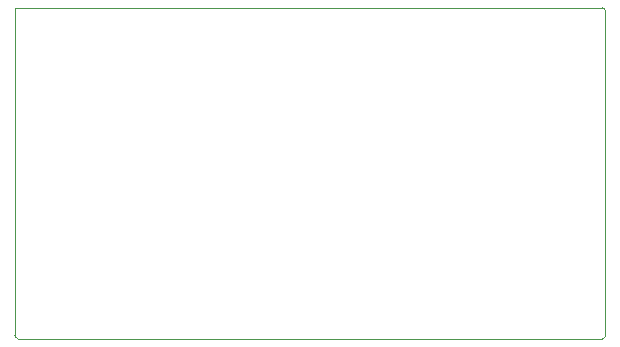
<source format=gbr>
G04*
G04 #@! TF.GenerationSoftware,Altium Limited,Altium Designer,24.0.1 (36)*
G04*
G04 Layer_Color=0*
%FSLAX44Y44*%
%MOMM*%
G71*
G04*
G04 #@! TF.SameCoordinates,47EEF6A6-A9A8-4354-BB7B-09A3034422A5*
G04*
G04*
G04 #@! TF.FilePolarity,Positive*
G04*
G01*
G75*
%ADD57C,0.0254*%
D57*
X762540Y777540D02*
Y1052460D01*
D02*
G02*
X765080Y1055000I2540J0D01*
G01*
X1260000D01*
D02*
G02*
X1262540Y1052460I0J-2540D01*
G01*
Y777540D01*
D02*
G02*
X1260000Y775000I-2540J0D01*
G01*
X765080D01*
D02*
G02*
X762540Y777540I0J2540D01*
G01*
M02*

</source>
